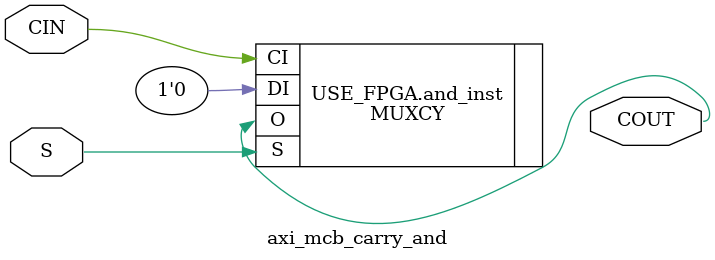
<source format=v>
`timescale 1ps/1ps


module axi_mcb_carry_and #
  (
   parameter         C_FAMILY                         = "virtex6"
                       // FPGA Family. Current version: virtex6 or spartan6.
   )
  (
   input  wire        CIN,
   input  wire        S,
   output wire        COUT
   );
  
  
  /////////////////////////////////////////////////////////////////////////////
  // Variables for generating parameter controlled instances.
  /////////////////////////////////////////////////////////////////////////////
  
  
  /////////////////////////////////////////////////////////////////////////////
  // Local params
  /////////////////////////////////////////////////////////////////////////////
  
  
  /////////////////////////////////////////////////////////////////////////////
  // Functions
  /////////////////////////////////////////////////////////////////////////////
  
  
  /////////////////////////////////////////////////////////////////////////////
  // Internal signals
  /////////////////////////////////////////////////////////////////////////////

  
  /////////////////////////////////////////////////////////////////////////////
  // Instantiate or use RTL code
  /////////////////////////////////////////////////////////////////////////////
  
  generate
    if ( C_FAMILY == "rtl" ) begin : USE_RTL
      assign COUT = CIN & S;
      
    end else begin : USE_FPGA
      MUXCY and_inst 
      (
       .O (COUT), 
       .CI (CIN), 
       .DI (1'b0), 
       .S (S)
      ); 
      
    end
  endgenerate
  
  
endmodule


</source>
